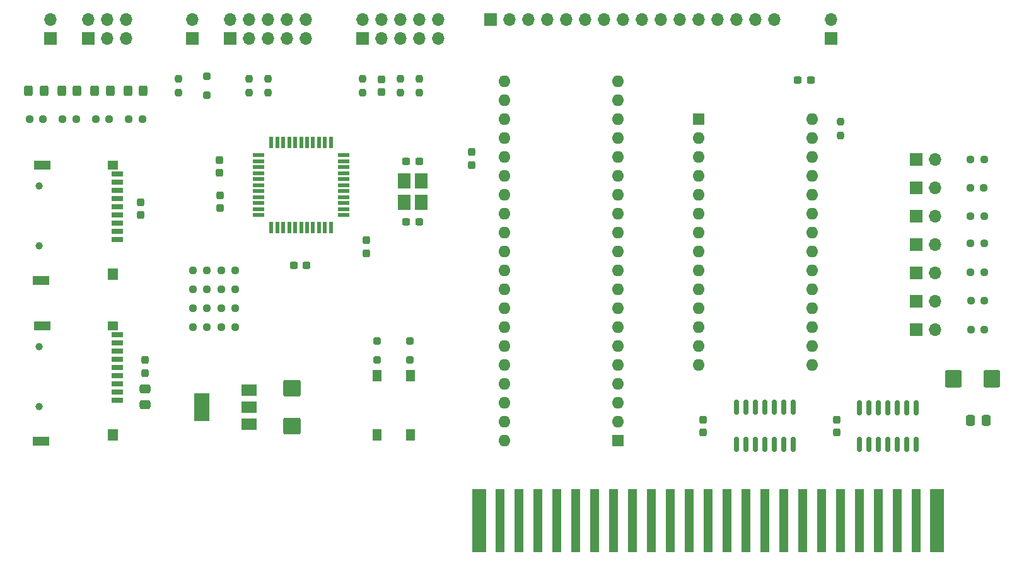
<source format=gbr>
%TF.GenerationSoftware,KiCad,Pcbnew,7.0.6+dfsg-1*%
%TF.CreationDate,2023-08-04T14:19:36+01:00*%
%TF.ProjectId,Apple2Card,4170706c-6532-4436-9172-642e6b696361,rev?*%
%TF.SameCoordinates,Original*%
%TF.FileFunction,Soldermask,Top*%
%TF.FilePolarity,Negative*%
%FSLAX46Y46*%
G04 Gerber Fmt 4.6, Leading zero omitted, Abs format (unit mm)*
G04 Created by KiCad (PCBNEW 7.0.6+dfsg-1) date 2023-08-04 14:19:36*
%MOMM*%
%LPD*%
G01*
G04 APERTURE LIST*
G04 Aperture macros list*
%AMRoundRect*
0 Rectangle with rounded corners*
0 $1 Rounding radius*
0 $2 $3 $4 $5 $6 $7 $8 $9 X,Y pos of 4 corners*
0 Add a 4 corners polygon primitive as box body*
4,1,4,$2,$3,$4,$5,$6,$7,$8,$9,$2,$3,0*
0 Add four circle primitives for the rounded corners*
1,1,$1+$1,$2,$3*
1,1,$1+$1,$4,$5*
1,1,$1+$1,$6,$7*
1,1,$1+$1,$8,$9*
0 Add four rect primitives between the rounded corners*
20,1,$1+$1,$2,$3,$4,$5,0*
20,1,$1+$1,$4,$5,$6,$7,0*
20,1,$1+$1,$6,$7,$8,$9,0*
20,1,$1+$1,$8,$9,$2,$3,0*%
G04 Aperture macros list end*
%ADD10RoundRect,0.237500X-0.300000X-0.237500X0.300000X-0.237500X0.300000X0.237500X-0.300000X0.237500X0*%
%ADD11RoundRect,0.237500X-0.250000X-0.237500X0.250000X-0.237500X0.250000X0.237500X-0.250000X0.237500X0*%
%ADD12RoundRect,0.237500X0.237500X-0.300000X0.237500X0.300000X-0.237500X0.300000X-0.237500X-0.300000X0*%
%ADD13R,1.700000X1.700000*%
%ADD14O,1.700000X1.700000*%
%ADD15RoundRect,0.237500X0.250000X0.237500X-0.250000X0.237500X-0.250000X-0.237500X0.250000X-0.237500X0*%
%ADD16RoundRect,0.250000X-0.250000X0.250000X-0.250000X-0.250000X0.250000X-0.250000X0.250000X0.250000X0*%
%ADD17RoundRect,0.237500X-0.237500X0.250000X-0.237500X-0.250000X0.237500X-0.250000X0.237500X0.250000X0*%
%ADD18RoundRect,0.250000X-0.325000X-0.450000X0.325000X-0.450000X0.325000X0.450000X-0.325000X0.450000X0*%
%ADD19RoundRect,0.237500X0.300000X0.237500X-0.300000X0.237500X-0.300000X-0.237500X0.300000X-0.237500X0*%
%ADD20R,1.400000X1.600000*%
%ADD21C,1.000000*%
%ADD22R,2.200000X1.200000*%
%ADD23R,1.600000X0.700000*%
%ADD24R,1.400000X1.200000*%
%ADD25RoundRect,0.237500X-0.237500X0.300000X-0.237500X-0.300000X0.237500X-0.300000X0.237500X0.300000X0*%
%ADD26RoundRect,0.250000X-0.925000X0.875000X-0.925000X-0.875000X0.925000X-0.875000X0.925000X0.875000X0*%
%ADD27R,1.900000X8.530000*%
%ADD28R,1.270000X8.530000*%
%ADD29R,1.910000X8.530000*%
%ADD30RoundRect,0.237500X0.237500X-0.250000X0.237500X0.250000X-0.237500X0.250000X-0.237500X-0.250000X0*%
%ADD31R,2.000000X1.500000*%
%ADD32R,2.000000X3.800000*%
%ADD33R,1.800000X2.100000*%
%ADD34RoundRect,0.250000X-0.875000X-0.925000X0.875000X-0.925000X0.875000X0.925000X-0.875000X0.925000X0*%
%ADD35R,1.500000X0.550000*%
%ADD36R,0.550000X1.500000*%
%ADD37RoundRect,0.150000X0.150000X-0.825000X0.150000X0.825000X-0.150000X0.825000X-0.150000X-0.825000X0*%
%ADD38R,1.600000X1.600000*%
%ADD39O,1.600000X1.600000*%
%ADD40RoundRect,0.250000X-0.475000X0.337500X-0.475000X-0.337500X0.475000X-0.337500X0.475000X0.337500X0*%
%ADD41R,1.300000X1.550000*%
%ADD42RoundRect,0.250000X-0.337500X-0.475000X0.337500X-0.475000X0.337500X0.475000X-0.337500X0.475000X0*%
G04 APERTURE END LIST*
D10*
%TO.C,C2*%
X110643500Y-50800000D03*
X112368500Y-50800000D03*
%TD*%
D11*
%TO.C,R21*%
X186412500Y-58166000D03*
X188237500Y-58166000D03*
%TD*%
D12*
%TO.C,C15*%
X74930000Y-58012500D03*
X74930000Y-56287500D03*
%TD*%
D13*
%TO.C,JP6*%
X167640000Y-34295000D03*
D14*
X167640000Y-31755000D03*
%TD*%
D15*
%TO.C,R24*%
X70762500Y-45085000D03*
X68937500Y-45085000D03*
%TD*%
%TO.C,R15*%
X83820000Y-65405000D03*
X81995000Y-65405000D03*
%TD*%
D16*
%TO.C,D8*%
X111125000Y-74950000D03*
X111125000Y-77450000D03*
%TD*%
D17*
%TO.C,R6*%
X109860000Y-39727500D03*
X109860000Y-41552500D03*
%TD*%
%TO.C,R5*%
X112400000Y-39727500D03*
X112400000Y-41552500D03*
%TD*%
D18*
%TO.C,D1*%
X68825000Y-41275000D03*
X70875000Y-41275000D03*
%TD*%
D19*
%TO.C,C8*%
X164946500Y-39878000D03*
X163221500Y-39878000D03*
%TD*%
D20*
%TO.C,U5*%
X71220000Y-87495000D03*
D21*
X61320000Y-83695000D03*
X61320000Y-75695000D03*
D22*
X61720000Y-72895000D03*
D23*
X71820000Y-82895000D03*
X71820000Y-81795000D03*
X71820000Y-80695000D03*
X71820000Y-79595000D03*
X71820000Y-78495000D03*
X71820000Y-77395000D03*
X71820000Y-76295000D03*
X71820000Y-75195000D03*
X71820000Y-74095000D03*
D24*
X71220000Y-72895000D03*
D22*
X61620000Y-88395000D03*
%TD*%
D18*
%TO.C,D11*%
X73270000Y-41275000D03*
X75320000Y-41275000D03*
%TD*%
D16*
%TO.C,D7*%
X83820000Y-39390000D03*
X83820000Y-41890000D03*
%TD*%
D25*
%TO.C,C10*%
X150495000Y-85497500D03*
X150495000Y-87222500D03*
%TD*%
D13*
%TO.C,JP1*%
X62865000Y-34290000D03*
D14*
X62865000Y-31750000D03*
%TD*%
D25*
%TO.C,C9*%
X105270000Y-61382500D03*
X105270000Y-63107500D03*
%TD*%
D13*
%TO.C,JP10*%
X179065000Y-50546000D03*
D14*
X181605000Y-50546000D03*
%TD*%
D26*
%TO.C,C6*%
X95250000Y-81270000D03*
X95250000Y-86370000D03*
%TD*%
D11*
%TO.C,R22*%
X186362500Y-54356000D03*
X188187500Y-54356000D03*
%TD*%
D13*
%TO.C,JP2*%
X179065000Y-73406000D03*
D14*
X181605000Y-73406000D03*
%TD*%
D18*
%TO.C,D9*%
X64380000Y-41275000D03*
X66430000Y-41275000D03*
%TD*%
D11*
%TO.C,R18*%
X186392500Y-65646000D03*
X188217500Y-65646000D03*
%TD*%
D12*
%TO.C,C12*%
X85585000Y-52312500D03*
X85585000Y-50587500D03*
%TD*%
D27*
%TO.C,BUS1*%
X120396000Y-99060000D03*
D28*
X123190000Y-99060000D03*
X125730000Y-99060000D03*
X128270000Y-99060000D03*
X130810000Y-99060000D03*
X133350000Y-99060000D03*
X135890000Y-99060000D03*
X138430000Y-99060000D03*
X140970000Y-99060000D03*
X143510000Y-99060000D03*
X146050000Y-99060000D03*
X148590000Y-99060000D03*
X151130000Y-99060000D03*
X153670000Y-99060000D03*
X156210000Y-99060000D03*
X158750000Y-99060000D03*
X161290000Y-99060000D03*
X163830000Y-99060000D03*
X166370000Y-99060000D03*
X168910000Y-99060000D03*
X171450000Y-99060000D03*
X173990000Y-99060000D03*
X176530000Y-99060000D03*
X179070000Y-99060000D03*
D29*
X181864000Y-99060000D03*
%TD*%
D15*
%TO.C,R13*%
X83820000Y-73025000D03*
X81995000Y-73025000D03*
%TD*%
D13*
%TO.C,JP9*%
X179065000Y-54356000D03*
D14*
X181605000Y-54356000D03*
%TD*%
D30*
%TO.C,R27*%
X92075000Y-41552500D03*
X92075000Y-39727500D03*
%TD*%
D31*
%TO.C,U1*%
X89510000Y-86120000D03*
X89510000Y-83820000D03*
D32*
X83210000Y-83820000D03*
D31*
X89510000Y-81520000D03*
%TD*%
D33*
%TO.C,Y1*%
X112656000Y-56314000D03*
X112656000Y-53414000D03*
X110356000Y-53414000D03*
X110356000Y-56314000D03*
%TD*%
D13*
%TO.C,J5*%
X104780000Y-34290000D03*
D14*
X104780000Y-31750000D03*
X107320000Y-34290000D03*
X107320000Y-31750000D03*
X109860000Y-34290000D03*
X109860000Y-31750000D03*
X112400000Y-34290000D03*
X112400000Y-31750000D03*
X114940000Y-34290000D03*
X114940000Y-31750000D03*
%TD*%
D15*
%TO.C,R26*%
X66317500Y-45085000D03*
X64492500Y-45085000D03*
%TD*%
%TO.C,R25*%
X75207500Y-45085000D03*
X73382500Y-45085000D03*
%TD*%
D34*
%TO.C,C17*%
X184140000Y-80010000D03*
X189240000Y-80010000D03*
%TD*%
D35*
%TO.C,U7*%
X102220000Y-57975000D03*
X102220000Y-57175000D03*
X102220000Y-56375000D03*
X102220000Y-55575000D03*
X102220000Y-54775000D03*
X102220000Y-53975000D03*
X102220000Y-53175000D03*
X102220000Y-52375000D03*
X102220000Y-51575000D03*
X102220000Y-50775000D03*
X102220000Y-49975000D03*
D36*
X100520000Y-48275000D03*
X99720000Y-48275000D03*
X98920000Y-48275000D03*
X98120000Y-48275000D03*
X97320000Y-48275000D03*
X96520000Y-48275000D03*
X95720000Y-48275000D03*
X94920000Y-48275000D03*
X94120000Y-48275000D03*
X93320000Y-48275000D03*
X92520000Y-48275000D03*
D35*
X90820000Y-49975000D03*
X90820000Y-50775000D03*
X90820000Y-51575000D03*
X90820000Y-52375000D03*
X90820000Y-53175000D03*
X90820000Y-53975000D03*
X90820000Y-54775000D03*
X90820000Y-55575000D03*
X90820000Y-56375000D03*
X90820000Y-57175000D03*
X90820000Y-57975000D03*
D36*
X92520000Y-59675000D03*
X93320000Y-59675000D03*
X94120000Y-59675000D03*
X94920000Y-59675000D03*
X95720000Y-59675000D03*
X96520000Y-59675000D03*
X97320000Y-59675000D03*
X98120000Y-59675000D03*
X98920000Y-59675000D03*
X99720000Y-59675000D03*
X100520000Y-59675000D03*
%TD*%
D15*
%TO.C,R16*%
X83818100Y-70485000D03*
X81993100Y-70485000D03*
%TD*%
D13*
%TO.C,JP7*%
X179065000Y-61976000D03*
D14*
X181605000Y-61976000D03*
%TD*%
D11*
%TO.C,R3*%
X186437500Y-69496000D03*
X188262500Y-69496000D03*
%TD*%
%TO.C,R23*%
X186407500Y-50486000D03*
X188232500Y-50486000D03*
%TD*%
D37*
%TO.C,U2*%
X154940000Y-88770000D03*
X156210000Y-88770000D03*
X157480000Y-88770000D03*
X158750000Y-88770000D03*
X160020000Y-88770000D03*
X161290000Y-88770000D03*
X162560000Y-88770000D03*
X162560000Y-83820000D03*
X161290000Y-83820000D03*
X160020000Y-83820000D03*
X158750000Y-83820000D03*
X157480000Y-83820000D03*
X156210000Y-83820000D03*
X154940000Y-83820000D03*
%TD*%
D20*
%TO.C,U6*%
X71220000Y-65905000D03*
D21*
X61320000Y-62105000D03*
X61320000Y-54105000D03*
D22*
X61720000Y-51305000D03*
D23*
X71820000Y-61305000D03*
X71820000Y-60205000D03*
X71820000Y-59105000D03*
X71820000Y-58005000D03*
X71820000Y-56905000D03*
X71820000Y-55805000D03*
X71820000Y-54705000D03*
X71820000Y-53605000D03*
X71820000Y-52505000D03*
D24*
X71220000Y-51305000D03*
D22*
X61620000Y-66805000D03*
%TD*%
D17*
%TO.C,R4*%
X104780000Y-39727500D03*
X104780000Y-41552500D03*
%TD*%
D38*
%TO.C,U4*%
X139070000Y-88260000D03*
D39*
X139070000Y-85720000D03*
X139070000Y-83180000D03*
X139070000Y-80640000D03*
X139070000Y-78100000D03*
X139070000Y-75560000D03*
X139070000Y-73020000D03*
X139070000Y-70480000D03*
X139070000Y-67940000D03*
X139070000Y-65400000D03*
X139070000Y-62860000D03*
X139070000Y-60320000D03*
X139070000Y-57780000D03*
X139070000Y-55240000D03*
X139070000Y-52700000D03*
X139070000Y-50160000D03*
X139070000Y-47620000D03*
X139070000Y-45080000D03*
X139070000Y-42540000D03*
X139070000Y-40000000D03*
X123830000Y-40000000D03*
X123830000Y-42540000D03*
X123830000Y-45080000D03*
X123830000Y-47620000D03*
X123830000Y-50160000D03*
X123830000Y-52700000D03*
X123830000Y-55240000D03*
X123830000Y-57780000D03*
X123830000Y-60320000D03*
X123830000Y-62860000D03*
X123830000Y-65400000D03*
X123830000Y-67940000D03*
X123830000Y-70480000D03*
X123830000Y-73020000D03*
X123830000Y-75560000D03*
X123830000Y-78100000D03*
X123830000Y-80640000D03*
X123830000Y-83180000D03*
X123830000Y-85720000D03*
X123830000Y-88260000D03*
%TD*%
D40*
%TO.C,C5*%
X75565000Y-81385500D03*
X75565000Y-83460500D03*
%TD*%
D16*
%TO.C,D2*%
X106680000Y-74950000D03*
X106680000Y-77450000D03*
%TD*%
D37*
%TO.C,U3*%
X171450000Y-88835000D03*
X172720000Y-88835000D03*
X173990000Y-88835000D03*
X175260000Y-88835000D03*
X176530000Y-88835000D03*
X177800000Y-88835000D03*
X179070000Y-88835000D03*
X179070000Y-83885000D03*
X177800000Y-83885000D03*
X176530000Y-83885000D03*
X175260000Y-83885000D03*
X173990000Y-83885000D03*
X172720000Y-83885000D03*
X171450000Y-83885000D03*
%TD*%
D11*
%TO.C,R2*%
X186447500Y-73346000D03*
X188272500Y-73346000D03*
%TD*%
D13*
%TO.C,JP5*%
X81915000Y-34295000D03*
D14*
X81915000Y-31755000D03*
%TD*%
D11*
%TO.C,R7*%
X186427500Y-61816000D03*
X188252500Y-61816000D03*
%TD*%
D13*
%TO.C,JP3*%
X179065000Y-69596000D03*
D14*
X181605000Y-69596000D03*
%TD*%
D30*
%TO.C,R20*%
X80010000Y-41552500D03*
X80010000Y-39727500D03*
%TD*%
D25*
%TO.C,C4*%
X107320000Y-39777500D03*
X107320000Y-41502500D03*
%TD*%
D10*
%TO.C,C3*%
X110643500Y-58928000D03*
X112368500Y-58928000D03*
%TD*%
D15*
%TO.C,R19*%
X61872500Y-45085000D03*
X60047500Y-45085000D03*
%TD*%
D41*
%TO.C,SW1*%
X106716000Y-87541000D03*
X106716000Y-79591000D03*
X111216000Y-87541000D03*
X111216000Y-79591000D03*
%TD*%
D15*
%TO.C,R9*%
X87630000Y-65405000D03*
X85805000Y-65405000D03*
%TD*%
D17*
%TO.C,R1*%
X168910000Y-45442500D03*
X168910000Y-47267500D03*
%TD*%
D38*
%TO.C,U9*%
X149855000Y-45070000D03*
D39*
X149855000Y-47610000D03*
X149855000Y-50150000D03*
X149855000Y-52690000D03*
X149855000Y-55230000D03*
X149855000Y-57770000D03*
X149855000Y-60310000D03*
X149855000Y-62850000D03*
X149855000Y-65390000D03*
X149855000Y-67930000D03*
X149855000Y-70470000D03*
X149855000Y-73010000D03*
X149855000Y-75550000D03*
X149855000Y-78090000D03*
X165095000Y-78090000D03*
X165095000Y-75550000D03*
X165095000Y-73010000D03*
X165095000Y-70470000D03*
X165095000Y-67930000D03*
X165095000Y-65390000D03*
X165095000Y-62850000D03*
X165095000Y-60310000D03*
X165095000Y-57770000D03*
X165095000Y-55230000D03*
X165095000Y-52690000D03*
X165095000Y-50150000D03*
X165095000Y-47610000D03*
X165095000Y-45070000D03*
%TD*%
D15*
%TO.C,R10*%
X87630000Y-73025000D03*
X85805000Y-73025000D03*
%TD*%
D18*
%TO.C,D10*%
X59935000Y-41275000D03*
X61985000Y-41275000D03*
%TD*%
D15*
%TO.C,R14*%
X83820000Y-67945000D03*
X81995000Y-67945000D03*
%TD*%
%TO.C,R17*%
X87630000Y-70485000D03*
X85805000Y-70485000D03*
%TD*%
D13*
%TO.C,JP8*%
X179065000Y-58166000D03*
D14*
X181605000Y-58166000D03*
%TD*%
D13*
%TO.C,JP4*%
X179065000Y-65786000D03*
D14*
X181605000Y-65786000D03*
%TD*%
D13*
%TO.C,J4*%
X121920000Y-31750000D03*
D14*
X124460000Y-31750000D03*
X127000000Y-31750000D03*
X129540000Y-31750000D03*
X132080000Y-31750000D03*
X134620000Y-31750000D03*
X137160000Y-31750000D03*
X139700000Y-31750000D03*
X142240000Y-31750000D03*
X144780000Y-31750000D03*
X147320000Y-31750000D03*
X149860000Y-31750000D03*
X152400000Y-31750000D03*
X154940000Y-31750000D03*
X157480000Y-31750000D03*
X160020000Y-31750000D03*
%TD*%
D13*
%TO.C,J1*%
X67960000Y-34290000D03*
D14*
X67960000Y-31750000D03*
X70500000Y-34290000D03*
X70500000Y-31750000D03*
X73040000Y-34290000D03*
X73040000Y-31750000D03*
%TD*%
D25*
%TO.C,C11*%
X168402000Y-85497500D03*
X168402000Y-87222500D03*
%TD*%
D13*
%TO.C,J6*%
X87000000Y-34290000D03*
D14*
X87000000Y-31750000D03*
X89540000Y-34290000D03*
X89540000Y-31750000D03*
X92080000Y-34290000D03*
X92080000Y-31750000D03*
X94620000Y-34290000D03*
X94620000Y-31750000D03*
X97160000Y-34290000D03*
X97160000Y-31750000D03*
%TD*%
D12*
%TO.C,C7*%
X119380000Y-51255000D03*
X119380000Y-49530000D03*
%TD*%
D10*
%TO.C,C13*%
X95517500Y-64785000D03*
X97242500Y-64785000D03*
%TD*%
D30*
%TO.C,R28*%
X89535000Y-41552500D03*
X89535000Y-39727500D03*
%TD*%
D42*
%TO.C,C14*%
X186414500Y-85598000D03*
X188489500Y-85598000D03*
%TD*%
D15*
%TO.C,R8*%
X87630000Y-67945000D03*
X85805000Y-67945000D03*
%TD*%
D25*
%TO.C,C1*%
X85598000Y-55322300D03*
X85598000Y-57047300D03*
%TD*%
D12*
%TO.C,C16*%
X75565000Y-79195000D03*
X75565000Y-77470000D03*
%TD*%
M02*

</source>
